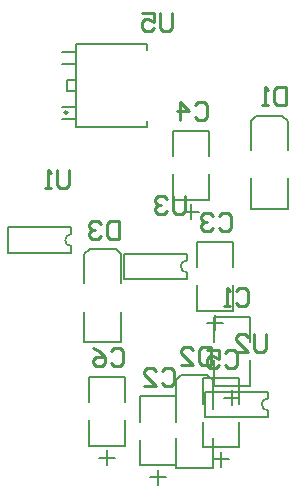
<source format=gbo>
G04 Layer_Color=32896*
%FSLAX24Y24*%
%MOIN*%
G70*
G01*
G75*
%ADD30C,0.0098*%
%ADD32C,0.0079*%
%ADD33C,0.0050*%
%ADD34C,0.0100*%
%ADD54C,0.0080*%
D30*
X18974Y26900D02*
G03*
X18974Y26900I-49J0D01*
G01*
D32*
X25090Y25658D02*
Y26623D01*
X26310Y25658D02*
Y26623D01*
Y23690D02*
Y24713D01*
X25090Y23690D02*
Y24713D01*
X25267Y26800D02*
X26133D01*
X26310Y26623D01*
X25090D02*
X25267Y26800D01*
X25090Y23690D02*
X26310D01*
X22590Y17008D02*
Y17973D01*
X23810Y17008D02*
Y17973D01*
Y15040D02*
Y16063D01*
X22590Y15040D02*
Y16063D01*
X22767Y18150D02*
X23633D01*
X23810Y17973D01*
X22590D02*
X22767Y18150D01*
X22590Y15040D02*
X23810D01*
X19540Y21208D02*
Y22173D01*
X20760Y21208D02*
Y22173D01*
Y19240D02*
Y20263D01*
X19540Y19240D02*
Y20263D01*
X19717Y22350D02*
X20583D01*
X20760Y22173D01*
X19540D02*
X19717Y22350D01*
X19540Y19240D02*
X20760D01*
D33*
X19259Y26422D02*
X21622D01*
X19259Y29178D02*
X21622D01*
X18787Y26698D02*
X19259D01*
Y27091D01*
X18787D02*
X19259D01*
X18944Y27603D02*
Y27997D01*
X19259D01*
Y27603D02*
Y27997D01*
X18944Y27603D02*
X19259D01*
X18787Y28902D02*
X19259D01*
Y28509D02*
Y28902D01*
X18787Y28509D02*
X19259D01*
Y26422D02*
Y29178D01*
X21622Y28981D02*
Y29178D01*
Y26422D02*
Y26619D01*
D34*
X22463Y30210D02*
Y29710D01*
X22363Y29610D01*
X22163D01*
X22063Y29710D01*
Y30210D01*
X21464D02*
X21864D01*
Y29910D01*
X21664Y30010D01*
X21564D01*
X21464Y29910D01*
Y29710D01*
X21564Y29610D01*
X21764D01*
X21864Y29710D01*
X22890Y24115D02*
Y23615D01*
X22790Y23515D01*
X22590D01*
X22490Y23615D01*
Y24115D01*
X22290Y24015D02*
X22190Y24115D01*
X21990D01*
X21890Y24015D01*
Y23915D01*
X21990Y23815D01*
X22090D01*
X21990D01*
X21890Y23715D01*
Y23615D01*
X21990Y23515D01*
X22190D01*
X22290Y23615D01*
X25590Y19515D02*
Y19015D01*
X25490Y18915D01*
X25290D01*
X25190Y19015D01*
Y19515D01*
X24590Y18915D02*
X24990D01*
X24590Y19315D01*
Y19415D01*
X24690Y19515D01*
X24890D01*
X24990Y19415D01*
X19040Y24990D02*
Y24490D01*
X18940Y24390D01*
X18740D01*
X18640Y24490D01*
Y24990D01*
X18440Y24390D02*
X18240D01*
X18340D01*
Y24990D01*
X18440Y24890D01*
X20700Y23286D02*
Y22686D01*
X20400D01*
X20300Y22786D01*
Y23186D01*
X20400Y23286D01*
X20700D01*
X20100Y23186D02*
X20000Y23286D01*
X19800D01*
X19700Y23186D01*
Y23086D01*
X19800Y22986D01*
X19900D01*
X19800D01*
X19700Y22886D01*
Y22786D01*
X19800Y22686D01*
X20000D01*
X20100Y22786D01*
X23750Y19086D02*
Y18486D01*
X23450D01*
X23350Y18586D01*
Y18986D01*
X23450Y19086D01*
X23750D01*
X22750Y18486D02*
X23150D01*
X22750Y18886D01*
Y18986D01*
X22850Y19086D01*
X23050D01*
X23150Y18986D01*
X26250Y27736D02*
Y27136D01*
X25950D01*
X25850Y27236D01*
Y27636D01*
X25950Y27736D01*
X26250D01*
X25650Y27136D02*
X25450D01*
X25550D01*
Y27736D01*
X25650Y27636D01*
X20440Y18940D02*
X20540Y19040D01*
X20740D01*
X20840Y18940D01*
Y18540D01*
X20740Y18440D01*
X20540D01*
X20440Y18540D01*
X19840Y19040D02*
X20040Y18940D01*
X20240Y18740D01*
Y18540D01*
X20140Y18440D01*
X19940D01*
X19840Y18540D01*
Y18640D01*
X19940Y18740D01*
X20240D01*
X24240Y18890D02*
X24340Y18990D01*
X24540D01*
X24640Y18890D01*
Y18490D01*
X24540Y18390D01*
X24340D01*
X24240Y18490D01*
X23640Y18990D02*
X24040D01*
Y18690D01*
X23840Y18790D01*
X23740D01*
X23640Y18690D01*
Y18490D01*
X23740Y18390D01*
X23940D01*
X24040Y18490D01*
X23240Y27140D02*
X23340Y27240D01*
X23540D01*
X23640Y27140D01*
Y26740D01*
X23540Y26640D01*
X23340D01*
X23240Y26740D01*
X22740Y26640D02*
Y27240D01*
X23040Y26940D01*
X22640D01*
X24040Y23440D02*
X24140Y23540D01*
X24340D01*
X24440Y23440D01*
Y23040D01*
X24340Y22940D01*
X24140D01*
X24040Y23040D01*
X23840Y23440D02*
X23740Y23540D01*
X23540D01*
X23440Y23440D01*
Y23340D01*
X23540Y23240D01*
X23640D01*
X23540D01*
X23440Y23140D01*
Y23040D01*
X23540Y22940D01*
X23740D01*
X23840Y23040D01*
X22140Y18290D02*
X22240Y18390D01*
X22440D01*
X22540Y18290D01*
Y17890D01*
X22440Y17790D01*
X22240D01*
X22140Y17890D01*
X21540Y17790D02*
X21940D01*
X21540Y18190D01*
Y18290D01*
X21640Y18390D01*
X21840D01*
X21940Y18290D01*
X24590Y20940D02*
X24690Y21040D01*
X24890D01*
X24990Y20940D01*
Y20540D01*
X24890Y20440D01*
X24690D01*
X24590Y20540D01*
X24390Y20440D02*
X24190D01*
X24290D01*
Y21040D01*
X24390Y20940D01*
D54*
X19100Y22845D02*
G03*
X19100Y22445I0J-200D01*
G01*
X25650Y17370D02*
G03*
X25650Y16970I0J-200D01*
G01*
X22950Y21970D02*
G03*
X22950Y21570I0J-200D01*
G01*
X22500Y24000D02*
X23700D01*
X22500Y26300D02*
X23700D01*
X22500Y25450D02*
Y26300D01*
Y24000D02*
Y24850D01*
X23700Y25450D02*
Y26300D01*
Y24000D02*
Y24850D01*
X17000Y22225D02*
Y23075D01*
X19100Y22845D02*
Y23075D01*
Y22225D02*
Y22445D01*
X17000Y22225D02*
X19100D01*
X17000Y23075D02*
X19100D01*
X23850Y17800D02*
X25050D01*
X23850Y20100D02*
X25050D01*
X23850Y19250D02*
Y20100D01*
Y17800D02*
Y18650D01*
X25050Y19250D02*
Y20100D01*
Y17800D02*
Y18650D01*
X23500Y15750D02*
X24700D01*
X23500Y18050D02*
X24700D01*
X23500Y17200D02*
Y18050D01*
Y15750D02*
Y16600D01*
X24700Y17200D02*
Y18050D01*
Y15750D02*
Y16600D01*
X23550Y16750D02*
Y17600D01*
X25650Y17370D02*
Y17600D01*
Y16750D02*
Y16970D01*
X23550Y16750D02*
X25650D01*
X23550Y17600D02*
X25650D01*
X21400Y15150D02*
X22600D01*
X21400Y17450D02*
X22600D01*
X21400Y16600D02*
Y17450D01*
Y15150D02*
Y16000D01*
X22600Y16600D02*
Y17450D01*
Y15150D02*
Y16000D01*
X19700Y15800D02*
X20900D01*
X19700Y18100D02*
X20900D01*
X19700Y17250D02*
Y18100D01*
Y15800D02*
Y16650D01*
X20900Y17250D02*
Y18100D01*
Y15800D02*
Y16650D01*
X20850Y21350D02*
Y22200D01*
X22950Y21970D02*
Y22200D01*
Y21350D02*
Y21570D01*
X20850Y21350D02*
X22950D01*
X20850Y22200D02*
X22950D01*
X23300Y20300D02*
X24500D01*
X23300Y22600D02*
X24500D01*
X23300Y21750D02*
Y22600D01*
Y20300D02*
Y21150D01*
X24500Y21750D02*
Y22600D01*
Y20300D02*
Y21150D01*
X22836Y23593D02*
X23350D01*
X23093Y23850D02*
Y23336D01*
X24186Y17393D02*
X24700D01*
X24443Y17650D02*
Y17136D01*
X23836Y15343D02*
X24350D01*
X24093Y15600D02*
Y15086D01*
X21736Y14743D02*
X22250D01*
X21993Y15000D02*
Y14486D01*
X20036Y15393D02*
X20550D01*
X20293Y15650D02*
Y15136D01*
X23636Y19893D02*
X24150D01*
X23893Y20150D02*
Y19636D01*
M02*

</source>
